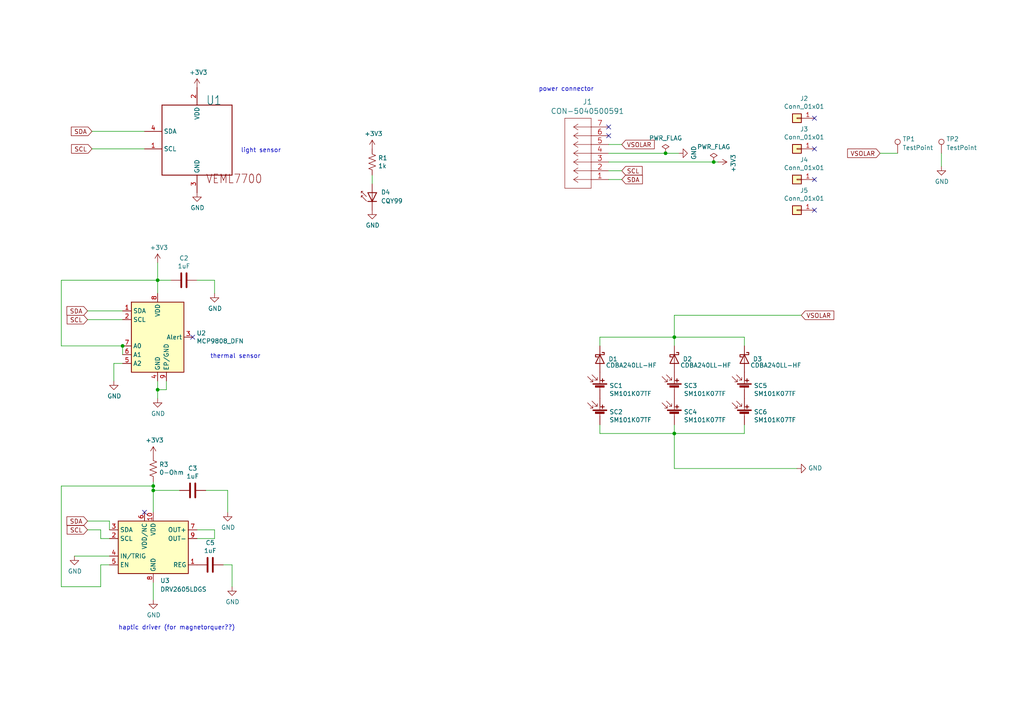
<source format=kicad_sch>
(kicad_sch (version 20230121) (generator eeschema)
  (paper "A4")
  (title_block (title "XY Solar Panel Board") (date "2023-03-19") (rev "V3") (company "CPP BroncoSpace"))
  (lib_symbols
    (symbol "Adafruit VEML7700-eagle-import:VEML7700"
      (property "Reference" "IC" (at 2.54 10.16 0))
      (symbol "VEML7700_1_0"
        (polyline (pts (xy -10.16 -10.16) (xy -10.16 10.16)) (stroke (width 0.254)))
        (polyline (pts (xy -10.16 10.16) (xy 10.16 10.16)) (stroke (width 0.254)))
        (polyline (pts (xy 10.16 -10.16) (xy -10.16 -10.16)) (stroke (width 0.254)))
        (polyline (pts (xy 10.16 10.16) (xy 10.16 -10.16)) (stroke (width 0.254)))
        (text "VEML7700" (at 2.54 -12.7 0) (effects (font (size 2.54 2.159)) (justify left bottom)))
        (pin bidirectional line (at -15.24 -2.54 0) (length 5.08) (name "SCL") (number "1"))
        (pin power_in line (at 0 15.24 270) (length 5.08) (name "VDD") (number "2"))
        (pin power_in line (at 0 -15.24 90) (length 5.08) (name "GND") (number "3"))
        (pin bidirectional line (at -15.24 2.54 0) (length 5.08) (name "SDA") (number "4"))
      )
    )
    (symbol "Connector:TestPoint" (pin_numbers hide) (pin_names (offset 0.762) hide)
      (property "Reference" "TP" (at 0 6.858 0))
      (property "Value" "TestPoint" (at 0 5.08 0))
      (symbol "TestPoint_0_1"
        (circle (center 0 3.302) (radius 0.762))
      )
      (symbol "TestPoint_1_1"
        (pin passive line (at 0 0 90) (length 2.54) (name "1") (number "1"))
      )
    )
    (symbol "Connector_Generic:Conn_01x01" (pin_names (offset 1.016) hide)
      (property "Reference" "J" (at 0 2.54 0))
      (property "Value" "Conn_01x01" (at 0 -2.54 0))
      (symbol "Conn_01x01_1_1"
        (rectangle (start -1.27 0.127) (end 0 -0.127) (stroke (width 0.1524)))
        (rectangle (start -1.27 1.27) (end 1.27 -1.27) (stroke (width 0.254)) (fill (type background)))
        (pin passive line (at -5.08 0 0) (length 3.81) (name "Pin_1") (number "1"))
      )
    )
    (symbol "Device:C" (pin_numbers hide) (pin_names (offset 0.254))
      (property "Reference" "C" (at 0.635 2.54 0))
      (property "Value" "C" (at 0.635 -2.54 0))
      (symbol "C_0_1"
        (polyline (pts (xy -2.032 -0.762) (xy 2.032 -0.762)) (stroke (width 0.508)))
        (polyline (pts (xy -2.032 0.762) (xy 2.032 0.762)) (stroke (width 0.508)))
      )
      (symbol "C_1_1"
        (pin passive line (at 0 3.81 270) (length 2.794) (name "~") (number "1"))
        (pin passive line (at 0 -3.81 90) (length 2.794) (name "~") (number "2"))
      )
    )
    (symbol "Device:D_Schottky" (pin_numbers hide) (pin_names (offset 1.016) hide)
      (property "Reference" "D" (at 0 2.54 0))
      (property "Value" "D_Schottky" (at 0 -2.54 0))
      (symbol "D_Schottky_0_1"
        (polyline (pts (xy 1.27 0) (xy -1.27 0)))
        (polyline (pts (xy 1.27 1.27) (xy 1.27 -1.27) (xy -1.27 0) (xy 1.27 1.27)) (stroke (width 0.254)))
        (polyline (pts (xy -1.905 0.635) (xy -1.905 1.27) (xy -1.27 1.27) (xy -1.27 -1.27) (xy -0.635 -1.27) (xy -0.635 -0.635)) (stroke (width 0.254)))
      )
      (symbol "D_Schottky_1_1"
        (pin passive line (at -3.81 0 0) (length 2.54) (name "K") (number "1"))
        (pin passive line (at 3.81 0 180) (length 2.54) (name "A") (number "2"))
      )
    )
    (symbol "Device:R_US" (pin_numbers hide) (pin_names (offset 0))
      (property "Reference" "R" (at 2.54 0 90))
      (property "Value" "R_US" (at -2.54 0 90))
      (symbol "R_US_0_1"
        (polyline (pts (xy 0 -2.286) (xy 0 -2.54)))
        (polyline (pts (xy 0 2.286) (xy 0 2.54)))
        (polyline (pts (xy 0 -0.762) (xy 1.016 -1.143) (xy 0 -1.524) (xy -1.016 -1.905) (xy 0 -2.286)))
        (polyline (pts (xy 0 0.762) (xy 1.016 0.381) (xy 0 0) (xy -1.016 -0.381) (xy 0 -0.762)))
        (polyline (pts (xy 0 2.286) (xy 1.016 1.905) (xy 0 1.524) (xy -1.016 1.143) (xy 0 0.762)))
      )
      (symbol "R_US_1_1"
        (pin passive line (at 0 3.81 270) (length 1.27) (name "~") (number "1"))
        (pin passive line (at 0 -3.81 90) (length 1.27) (name "~") (number "2"))
      )
    )
    (symbol "Device:Solar_Cell" (pin_numbers hide) (pin_names (offset 0) hide)
      (property "Reference" "SC" (at 2.54 2.54 0))
      (property "Value" "Solar_Cell" (at 2.54 0 0))
      (symbol "Solar_Cell_0_1"
        (rectangle (start -2.032 1.778) (end 2.032 1.524) (fill (type outline)))
        (rectangle (start -1.3208 1.1938) (end 1.27 0.6858) (fill (type outline)))
        (polyline (pts (xy -2.032 2.286) (xy -3.556 3.81)))
        (polyline (pts (xy -0.762 2.794) (xy -2.286 4.318)))
        (polyline (pts (xy 0 0.762) (xy 0 0)))
        (polyline (pts (xy 0 1.778) (xy 0 2.54)))
        (polyline (pts (xy 0.254 2.667) (xy 1.27 2.667)) (stroke (width 0.254)))
        (polyline (pts (xy 0.762 3.175) (xy 0.762 2.159)) (stroke (width 0.254)))
        (polyline (pts (xy -2.032 3.048) (xy -2.032 2.286) (xy -2.794 2.286)))
        (polyline (pts (xy -0.762 3.556) (xy -0.762 2.794) (xy -1.524 2.794)))
      )
      (symbol "Solar_Cell_1_1"
        (pin passive line (at 0 5.08 270) (length 2.54) (name "+") (number "1"))
        (pin passive line (at 0 -2.54 90) (length 2.54) (name "-") (number "2"))
      )
    )
    (symbol "Driver_Haptic:DRV2605LDGS"
      (property "Reference" "U" (at -10.16 8.255 0))
      (property "Value" "DRV2605LDGS" (at 2.54 -8.89 0))
      (symbol "DRV2605LDGS_0_1"
        (rectangle (start -10.16 7.62) (end 10.16 -7.62) (stroke (width 0.254)) (fill (type background)))
      )
      (symbol "DRV2605LDGS_1_1"
        (pin passive line (at 12.7 -5.08 180) (length 2.54) (name "REG") (number "1"))
        (pin power_in line (at 0 10.16 270) (length 2.54) (name "VDD") (number "10"))
        (pin input line (at -12.7 2.54 0) (length 2.54) (name "SCL") (number "2"))
        (pin bidirectional line (at -12.7 5.08 0) (length 2.54) (name "SDA") (number "3"))
        (pin input line (at -12.7 -2.54 0) (length 2.54) (name "IN/TRIG") (number "4"))
        (pin input line (at -12.7 -5.08 0) (length 2.54) (name "EN") (number "5"))
        (pin power_in line (at -2.54 10.16 270) (length 2.54) (name "VDD/NC") (number "6"))
        (pin output line (at 12.7 5.08 180) (length 2.54) (name "OUT+") (number "7"))
        (pin power_in line (at 0 -10.16 90) (length 2.54) (name "GND") (number "8"))
        (pin output line (at 12.7 2.54 180) (length 2.54) (name "OUT-") (number "9"))
      )
    )
    (symbol "LED:CQY99" (pin_numbers hide) (pin_names (offset 1.016) hide)
      (property "Reference" "D" (at 0.508 1.778 0))
      (property "Value" "CQY99" (at -1.016 -2.794 0))
      (symbol "CQY99_0_1"
        (polyline (pts (xy -2.54 1.27) (xy -2.54 -1.27)) (stroke (width 0.254)))
        (polyline (pts (xy 0 0) (xy -2.54 0)))
        (polyline (pts (xy 0.381 3.175) (xy -0.127 3.175)))
        (polyline (pts (xy -1.143 1.651) (xy 0.381 3.175) (xy 0.381 2.667)))
        (polyline (pts (xy 0 -1.27) (xy -2.54 0) (xy 0 1.27) (xy 0 -1.27)) (stroke (width 0.254)))
        (polyline (pts (xy -2.413 1.651) (xy -0.889 3.175) (xy -0.889 2.667) (xy -0.889 3.175) (xy -1.397 3.175)))
      )
      (symbol "CQY99_1_1"
        (pin passive line (at -5.08 0 0) (length 2.54) (name "K") (number "1"))
        (pin passive line (at 2.54 0 180) (length 2.54) (name "A") (number "2"))
      )
    )
    (symbol "Sensor_Temperature:MCP9808_DFN"
      (property "Reference" "U" (at -6.35 11.43 0))
      (property "Value" "MCP9808_DFN" (at 10.16 11.43 0))
      (symbol "MCP9808_DFN_0_1"
        (rectangle (start -7.62 10.16) (end 7.62 -10.16) (stroke (width 0.254)) (fill (type background)))
      )
      (symbol "MCP9808_DFN_1_1"
        (pin bidirectional line (at -10.16 7.62 0) (length 2.54) (name "SDA") (number "1"))
        (pin input line (at -10.16 5.08 0) (length 2.54) (name "SCL") (number "2"))
        (pin output line (at 10.16 0 180) (length 2.54) (name "Alert") (number "3"))
        (pin power_in line (at 0 -12.7 90) (length 2.54) (name "GND") (number "4"))
        (pin input line (at -10.16 -7.62 0) (length 2.54) (name "A2") (number "5"))
        (pin input line (at -10.16 -5.08 0) (length 2.54) (name "A1") (number "6"))
        (pin input line (at -10.16 -2.54 0) (length 2.54) (name "A0") (number "7"))
        (pin power_in line (at 0 12.7 270) (length 2.54) (name "VDD") (number "8"))
        (pin power_in line (at 2.54 -12.7 90) (length 2.54) (name "EP/GND") (number "9"))
      )
    )
    (symbol "power:GND" (power) (pin_names (offset 0))
      (property "Value" "GND" (at 0 -3.81 0))
      (symbol "GND_0_1"
        (polyline (pts (xy 0 0) (xy 0 -1.27) (xy 1.27 -1.27) (xy 0 -2.54) (xy -1.27 -1.27) (xy 0 -1.27)))
      )
      (symbol "GND_1_1"
        (pin power_in line (at 0 0 270) (length 0) hide (name "GND") (number "1"))
      )
    )
    (symbol "power:PWR_FLAG" (power) (pin_numbers hide) (pin_names (offset 0) hide)
      (property "Value" "PWR_FLAG" (at 0 3.81 0))
      (symbol "PWR_FLAG_0_0"
        (pin power_out line (at 0 0 90) (length 0) (name "pwr") (number "1"))
      )
      (symbol "PWR_FLAG_0_1"
        (polyline (pts (xy 0 0) (xy 0 1.27) (xy -1.016 1.905) (xy 0 2.54) (xy 1.016 1.905) (xy 0 1.27)))
      )
    )
    (symbol "solar-panel-NoCutout-rescue:+3.3V-power" (power) (pin_names (offset 0))
      (property "Value" "+3.3V-power" (at 0 3.556 0))
      (symbol "+3.3V-power_0_1"
        (polyline (pts (xy -0.762 1.27) (xy 0 2.54)))
        (polyline (pts (xy 0 0) (xy 0 2.54)))
        (polyline (pts (xy 0 2.54) (xy 0.762 1.27)))
      )
      (symbol "+3.3V-power_1_1"
        (pin power_in line (at 0 0 90) (length 0) hide (name "+3V3") (number "1"))
      )
    )
    (symbol "solar-panel-NoCutout-rescue:CON-5040500591-ExtraComponents" (pin_names (offset 0.254) hide)
      (property "Reference" "J" (at 8.89 6.35 0))
      (property "Value" "CON-5040500591-ExtraComponents" (at 10.16 -7.62 0))
      (symbol "CON-5040500591-ExtraComponents_1_1"
        (polyline (pts (xy 5.08 -17.78) (xy 12.7 -17.78)) (stroke (width 0.127)))
        (polyline (pts (xy 5.08 2.54) (xy 5.08 -17.78)) (stroke (width 0.127)))
        (polyline (pts (xy 10.16 -15.24) (xy 5.08 -15.24)) (stroke (width 0.127)))
        (polyline (pts (xy 10.16 -15.24) (xy 8.89 -16.0782)) (stroke (width 0.127)))
        (polyline (pts (xy 10.16 -15.24) (xy 8.89 -14.4018)) (stroke (width 0.127)))
        (polyline (pts (xy 10.16 -12.7) (xy 5.08 -12.7)) (stroke (width 0.127)))
        (polyline (pts (xy 10.16 -12.7) (xy 8.89 -13.5382)) (stroke (width 0.127)))
        (polyline (pts (xy 10.16 -12.7) (xy 8.89 -11.8618)) (stroke (width 0.127)))
        (polyline (pts (xy 10.16 -10.16) (xy 5.08 -10.16)) (stroke (width 0.127)))
        (polyline (pts (xy 10.16 -10.16) (xy 8.89 -10.9982)) (stroke (width 0.127)))
        (polyline (pts (xy 10.16 -10.16) (xy 8.89 -9.3218)) (stroke (width 0.127)))
        (polyline (pts (xy 10.16 -7.62) (xy 5.08 -7.62)) (stroke (width 0.127)))
        (polyline (pts (xy 10.16 -7.62) (xy 8.89 -8.4582)) (stroke (width 0.127)))
        (polyline (pts (xy 10.16 -7.62) (xy 8.89 -6.7818)) (stroke (width 0.127)))
        (polyline (pts (xy 10.16 -5.08) (xy 5.08 -5.08)) (stroke (width 0.127)))
        (polyline (pts (xy 10.16 -5.08) (xy 8.89 -5.9182)) (stroke (width 0.127)))
        (polyline (pts (xy 10.16 -5.08) (xy 8.89 -4.2418)) (stroke (width 0.127)))
        (polyline (pts (xy 10.16 -2.54) (xy 5.08 -2.54)) (stroke (width 0.127)))
        (polyline (pts (xy 10.16 -2.54) (xy 8.89 -3.3782)) (stroke (width 0.127)))
        (polyline (pts (xy 10.16 -2.54) (xy 8.89 -1.7018)) (stroke (width 0.127)))
        (polyline (pts (xy 10.16 0) (xy 5.08 0)) (stroke (width 0.127)))
        (polyline (pts (xy 10.16 0) (xy 8.89 -0.8382)) (stroke (width 0.127)))
        (polyline (pts (xy 10.16 0) (xy 8.89 0.8382)) (stroke (width 0.127)))
        (polyline (pts (xy 12.7 -17.78) (xy 12.7 2.54)) (stroke (width 0.127)))
        (polyline (pts (xy 12.7 2.54) (xy 5.08 2.54)) (stroke (width 0.127)))
        (pin unspecified line (at 0 0 0) (length 5.08) (name "1") (number "1"))
        (pin unspecified line (at 0 -2.54 0) (length 5.08) (name "2") (number "2"))
        (pin unspecified line (at 0 -5.08 0) (length 5.08) (name "3") (number "3"))
        (pin unspecified line (at 0 -7.62 0) (length 5.08) (name "4") (number "4"))
        (pin unspecified line (at 0 -10.16 0) (length 5.08) (name "5") (number "5"))
        (pin unspecified line (at 0 -12.7 0) (length 5.08) (name "6") (number "6"))
        (pin unspecified line (at 0 -15.24 0) (length 5.08) (name "7") (number "7"))
      )
    )
    (symbol "solar-panel-side-Z-rescue:+3.3V-power" (power) (pin_names (offset 0))
      (property "Value" "+3.3V-power" (at 0 3.556 0))
      (symbol "+3.3V-power_0_1"
        (polyline (pts (xy -0.762 1.27) (xy 0 2.54)))
        (polyline (pts (xy 0 0) (xy 0 2.54)))
        (polyline (pts (xy 0 2.54) (xy 0.762 1.27)))
      )
      (symbol "+3.3V-power_1_1"
        (pin power_in line (at 0 0 90) (length 0) hide (name "+3V3") (number "1"))
      )
    )
  )
  (junction (at 45.72 81.28))
  (junction (at 193.04 44.45))
  (junction (at 35.56 100.33))
  (junction (at 44.45 142.24))
  (junction (at 44.45 140.97))
  (junction (at 195.58 125.73))
  (junction (at 195.58 97.79))
  (junction (at 207.01 46.99))
  (junction (at 45.72 113.03))
  (no_connect (at 236.22 34.29))
  (no_connect (at 236.22 43.18))
  (no_connect (at 176.53 36.83))
  (no_connect (at 176.53 39.37))
  (no_connect (at 236.22 60.96))
  (no_connect (at 55.88 97.79))
  (no_connect (at 41.91 148.59))
  (no_connect (at 236.22 52.07))
  (wire (pts (xy 29.21 156.21) (xy 31.75 156.21)))
  (wire (pts (xy 45.72 76.2) (xy 45.72 81.28)))
  (wire (pts (xy 193.04 44.45) (xy 196.85 44.45)))
  (wire (pts (xy 45.72 81.28) (xy 49.53 81.28)))
  (wire (pts (xy 57.15 156.21) (xy 62.23 156.21)))
  (wire (pts (xy 173.99 97.79) (xy 173.99 100.33)))
  (wire (pts (xy 25.4 153.67) (xy 29.21 153.67)))
  (wire (pts (xy 29.21 163.83) (xy 29.21 170.18)))
  (wire (pts (xy 35.56 105.41) (xy 33.02 105.41)))
  (wire (pts (xy 31.75 151.13) (xy 31.75 153.67)))
  (wire (pts (xy 176.53 41.91) (xy 180.34 41.91)))
  (wire (pts (xy 25.4 92.71) (xy 35.56 92.71)))
  (wire (pts (xy 173.99 125.73) (xy 173.99 123.19)))
  (wire (pts (xy 260.35 44.45) (xy 255.27 44.45)))
  (wire (pts (xy 35.56 100.33) (xy 17.78 100.33)))
  (wire (pts (xy 41.91 38.1) (xy 26.67 38.1)))
  (wire (pts (xy 29.21 170.18) (xy 17.78 170.18)))
  (wire (pts (xy 29.21 163.83) (xy 31.75 163.83)))
  (wire (pts (xy 59.69 142.24) (xy 66.04 142.24)))
  (wire (pts (xy 45.72 110.49) (xy 45.72 113.03)))
  (wire (pts (xy 25.4 90.17) (xy 35.56 90.17)))
  (wire (pts (xy 66.04 142.24) (xy 66.04 148.59)))
  (wire (pts (xy 195.58 97.79) (xy 215.9 97.79)))
  (wire (pts (xy 35.56 100.33) (xy 35.56 102.87)))
  (wire (pts (xy 44.45 142.24) (xy 52.07 142.24)))
  (wire (pts (xy 17.78 170.18) (xy 17.78 140.97)))
  (wire (pts (xy 57.15 81.28) (xy 62.23 81.28)))
  (wire (pts (xy 64.77 163.83) (xy 67.31 163.83)))
  (wire (pts (xy 44.45 140.97) (xy 44.45 142.24)))
  (wire (pts (xy 48.26 113.03) (xy 45.72 113.03)))
  (wire (pts (xy 107.95 53.34) (xy 107.95 50.8)))
  (wire (pts (xy 29.21 153.67) (xy 29.21 156.21)))
  (wire (pts (xy 176.53 44.45) (xy 193.04 44.45)))
  (wire (pts (xy 173.99 97.79) (xy 195.58 97.79)))
  (wire (pts (xy 176.53 49.53) (xy 180.34 49.53)))
  (wire (pts (xy 48.26 110.49) (xy 48.26 113.03)))
  (wire (pts (xy 62.23 156.21) (xy 62.23 153.67)))
  (wire (pts (xy 62.23 81.28) (xy 62.23 85.09)))
  (wire (pts (xy 25.4 151.13) (xy 31.75 151.13)))
  (wire (pts (xy 45.72 113.03) (xy 45.72 115.57)))
  (wire (pts (xy 195.58 125.73) (xy 215.9 125.73)))
  (wire (pts (xy 273.05 44.45) (xy 273.05 48.26)))
  (wire (pts (xy 195.58 100.33) (xy 195.58 97.79)))
  (wire (pts (xy 33.02 105.41) (xy 33.02 110.49)))
  (wire (pts (xy 67.31 163.83) (xy 67.31 170.18)))
  (wire (pts (xy 17.78 81.28) (xy 45.72 81.28)))
  (wire (pts (xy 215.9 100.33) (xy 215.9 97.79)))
  (wire (pts (xy 207.01 46.99) (xy 208.28 46.99)))
  (wire (pts (xy 21.59 161.29) (xy 31.75 161.29)))
  (wire (pts (xy 173.99 125.73) (xy 195.58 125.73)))
  (wire (pts (xy 44.45 168.91) (xy 44.45 173.99)))
  (wire (pts (xy 44.45 142.24) (xy 44.45 148.59)))
  (wire (pts (xy 26.67 43.18) (xy 41.91 43.18)))
  (wire (pts (xy 195.58 125.73) (xy 195.58 123.19)))
  (wire (pts (xy 44.45 139.7) (xy 44.45 140.97)))
  (wire (pts (xy 45.72 81.28) (xy 45.72 85.09)))
  (wire (pts (xy 176.53 46.99) (xy 207.01 46.99)))
  (wire (pts (xy 215.9 125.73) (xy 215.9 123.19)))
  (wire (pts (xy 176.53 52.07) (xy 180.34 52.07)))
  (wire (pts (xy 195.58 135.89) (xy 231.14 135.89)))
  (wire (pts (xy 17.78 140.97) (xy 44.45 140.97)))
  (wire (pts (xy 57.15 153.67) (xy 62.23 153.67)))
  (wire (pts (xy 195.58 97.79) (xy 195.58 91.44)))
  (wire (pts (xy 17.78 100.33) (xy 17.78 81.28)))
  (wire (pts (xy 195.58 135.89) (xy 195.58 125.73)))
  (wire (pts (xy 195.58 91.44) (xy 232.41 91.44)))
  (text "light sensor" (at 69.85 44.45 0) (effects (font (size 1.27 1.27)) (justify left bottom)))
  (text "power connector" (at 156.21 26.67 0) (effects (font (size 1.27 1.27)) (justify left bottom)))
  (text "haptic driver (for magnetorquer??)" (at 34.29 182.88 0) (effects (font (size 1.27 1.27)) (justify left bottom)))
  (text "thermal sensor" (at 60.96 104.14 0) (effects (font (size 1.27 1.27)) (justify left bottom)))
  (global_label "VSOLAR" (shape input) (at 232.41 91.44 0) (property "Intersheetrefs" "${INTERSHEET_REFS}" (effects hide)))
  (global_label "SCL" (shape input) (at 25.4 153.67 180) (property "Intersheetrefs" "${INTERSHEET_REFS}" (effects hide)))
  (global_label "VSOLAR" (shape input) (at 255.27 44.45 180) (property "Intersheetrefs" "${INTERSHEET_REFS}" (effects hide)))
  (global_label "SCL" (shape input) (at 180.34 49.53 0) (property "Intersheetrefs" "${INTERSHEET_REFS}" (effects hide)))
  (global_label "SDA" (shape input) (at 26.67 38.1 180) (property "Intersheetrefs" "${INTERSHEET_REFS}" (effects hide)))
  (global_label "VSOLAR" (shape input) (at 180.34 41.91 0) (property "Intersheetrefs" "${INTERSHEET_REFS}" (effects hide)))
  (global_label "SDA" (shape input) (at 180.34 52.07 0) (property "Intersheetrefs" "${INTERSHEET_REFS}" (effects hide)))
  (global_label "SDA" (shape input) (at 25.4 151.13 180) (property "Intersheetrefs" "${INTERSHEET_REFS}" (effects hide)))
  (global_label "SCL" (shape input) (at 25.4 92.71 180) (property "Intersheetrefs" "${INTERSHEET_REFS}" (effects hide)))
  (global_label "SCL" (shape input) (at 26.67 43.18 180) (property "Intersheetrefs" "${INTERSHEET_REFS}" (effects hide)))
  (global_label "SDA" (shape input) (at 25.4 90.17 180) (property "Intersheetrefs" "${INTERSHEET_REFS}" (effects hide)))
  (symbol (lib_id "solar-panel-NoCutout-rescue:+3.3V-power") (at 208.28 46.99 270) (unit 1)
    (property "Reference" "#PWR0111" (effects hide))
    (property "Value" "+3.3V" (at 212.6742 47.371 0))
  )
  (symbol (lib_id "power:PWR_FLAG") (at 207.01 46.99 0) (unit 1)
    (property "Reference" "#FLG0101" (effects hide))
    (property "Value" "PWR_FLAG" (at 207.01 42.5958 0))
  )
  (symbol (lib_id "solar-panel-NoCutout-rescue:CON-5040500591-ExtraComponents") (at 176.53 52.07 180) (unit 1)
    (property "Reference" "J1" (at 170.3832 29.5402 0) (effects (font (size 1.524 1.524))))
    (property "Value" "CON-5040500591" (at 170.3832 32.2326 0) (effects (font (size 1.524 1.524))))
    (property "Footprint" "SolarPanelBoards:CON_5040500591" (effects hide))
  )
  (symbol (lib_id "Connector_Generic:Conn_01x01") (at 231.14 34.29 180) (unit 1)
    (property "Reference" "J2" (at 233.2228 28.575 0))
    (property "Value" "Conn_01x01" (at 233.2228 30.8864 0))
    (property "Footprint" "SolarPanelBoards:MountingHoles" (effects hide))
  )
  (symbol (lib_id "Connector_Generic:Conn_01x01") (at 231.14 43.18 180) (unit 1)
    (property "Reference" "J3" (at 233.2228 37.465 0))
    (property "Value" "Conn_01x01" (at 233.2228 39.7764 0))
    (property "Footprint" "SolarPanelBoards:MountingHoles" (effects hide))
  )
  (symbol (lib_id "Connector_Generic:Conn_01x01") (at 231.14 52.07 180) (unit 1)
    (property "Reference" "J4" (at 233.2228 46.355 0))
    (property "Value" "Conn_01x01" (at 233.2228 48.6664 0))
    (property "Footprint" "SolarPanelBoards:MountingHoles" (effects hide))
  )
  (symbol (lib_id "Connector_Generic:Conn_01x01") (at 231.14 60.96 180) (unit 1)
    (property "Reference" "J5" (at 233.2228 55.245 0))
    (property "Value" "Conn_01x01" (at 233.2228 57.5564 0))
    (property "Footprint" "SolarPanelBoards:MountingHoles" (effects hide))
  )
  (symbol (lib_id "power:GND") (at 107.95 60.96 0) (unit 1)
    (property "Reference" "#PWR0107" (effects hide))
    (property "Value" "GND" (at 108.077 65.3542 0))
  )
  (symbol (lib_id "power:GND") (at 67.31 170.18 0) (unit 1)
    (property "Reference" "#PWR0117" (effects hide))
    (property "Value" "GND" (at 67.437 174.5742 0))
  )
  (symbol (lib_id "Device:Solar_Cell") (at 195.58 120.65 0) (unit 1)
    (property "Reference" "SC4" (at 198.3232 119.4816 0) (effects (justify left)))
    (property "Value" "SM101K07TF" (at 198.3232 121.793 0) (effects (justify left)))
    (property "Footprint" "SolarPanelBoards:KXOB101K08F-TR" (effects hide))
  )
  (symbol (lib_id "power:GND") (at 45.72 115.57 0) (unit 1)
    (property "Reference" "#PWR0116" (effects hide))
    (property "Value" "GND" (at 45.847 119.9642 0))
  )
  (symbol (lib_id "solar-panel-side-Z-rescue:+3.3V-power") (at 44.45 132.08 0) (unit 1)
    (property "Reference" "#PWR0115" (effects hide))
    (property "Value" "+3.3V" (at 44.831 127.6858 0))
  )
  (symbol (lib_id "Driver_Haptic:DRV2605LDGS") (at 44.45 158.75 0) (unit 1)
    (property "Reference" "U3" (at 46.4694 168.4004 0) (effects (justify left)))
    (property "Value" "DRV2605LDGS" (at 46.4694 170.9373 0) (effects (justify left)))
    (property "Footprint" "Package_SO:VSSOP-10_3x3mm_P0.5mm" (effects hide))
    (property "Datasheet" "http://www.ti.com/lit/ds/symlink/drv2605l.pdf" (effects hide))
  )
  (symbol (lib_id "Device:Solar_Cell") (at 173.99 120.65 0) (unit 1)
    (property "Reference" "SC2" (at 176.7332 119.4816 0) (effects (justify left)))
    (property "Value" "SM101K07TF" (at 176.7332 121.793 0) (effects (justify left)))
    (property "Footprint" "SolarPanelBoards:KXOB101K08F-TR" (effects hide))
  )
  (symbol (lib_id "solar-panel-side-Z-rescue:+3.3V-power") (at 57.15 25.4 0) (unit 1)
    (property "Reference" "#PWR0101" (effects hide))
    (property "Value" "+3.3V" (at 57.531 21.0058 0))
  )
  (symbol (lib_id "Device:D_Schottky") (at 215.9 104.14 270) (unit 1)
    (property "Reference" "D3" (at 219.71 104.14 90))
    (property "Value" "CDBA240LL-HF" (at 232.41 106.68 90) (effects (justify right bottom)))
    (property "Footprint" "SolarPanelBoards:DO-214AC" (effects hide))
  )
  (symbol (lib_id "solar-panel-side-Z-rescue:+3.3V-power") (at 45.72 76.2 0) (unit 1)
    (property "Reference" "#PWR0105" (effects hide))
    (property "Value" "+3.3V" (at 46.101 71.8058 0))
  )
  (symbol (lib_id "Connector:TestPoint") (at 260.35 44.45 0) (unit 1)
    (property "Reference" "TP1" (at 261.747 40.3133 0) (effects (justify left)))
    (property "Value" "TestPoint" (at 261.747 42.8502 0) (effects (justify left)))
    (property "Footprint" "SolarPanelBoards:Test Pad" (effects hide))
  )
  (symbol (lib_id "power:GND") (at 196.85 44.45 90) (unit 1)
    (property "Reference" "#PWR?" (effects hide))
    (property "Value" "GND" (at 201.2442 44.323 0))
  )
  (symbol (lib_id "power:GND") (at 66.04 148.59 0) (unit 1)
    (property "Reference" "#PWR0118" (effects hide))
    (property "Value" "GND" (at 66.167 152.9842 0))
  )
  (symbol (lib_id "Connector:TestPoint") (at 273.05 44.45 0) (unit 1)
    (property "Reference" "TP2" (at 274.447 40.3133 0) (effects (justify left)))
    (property "Value" "TestPoint" (at 274.447 42.8502 0) (effects (justify left)))
    (property "Footprint" "SolarPanelBoards:Test Pad" (effects hide))
  )
  (symbol (lib_id "Device:C") (at 55.88 142.24 90) (unit 1)
    (property "Reference" "C3" (at 55.88 135.8392 90))
    (property "Value" "1uF" (at 55.88 138.1506 90))
    (property "Footprint" "Capacitor_SMD:C_0805_2012Metric" (effects hide))
  )
  (symbol (lib_id "Device:C") (at 53.34 81.28 90) (unit 1)
    (property "Reference" "C2" (at 53.34 74.8792 90))
    (property "Value" "1uF" (at 53.34 77.1906 90))
    (property "Footprint" "Capacitor_SMD:C_0805_2012Metric" (effects hide))
  )
  (symbol (lib_id "LED:CQY99") (at 107.95 55.88 90) (unit 1)
    (property "Reference" "D4" (at 110.49 55.7529 90) (effects (justify right)))
    (property "Value" "CQY99" (at 110.49 58.2929 90) (effects (justify right)))
    (property "Footprint" "LED_SMD:LED_0603_1608Metric" (effects hide))
    (property "Datasheet" "https://www.prtice.info/IMG/pdf/CQY99.pdf" (effects hide))
  )
  (symbol (lib_id "Adafruit VEML7700-eagle-import:VEML7700") (at 57.15 40.64 0) (unit 1)
    (property "Reference" "U1" (at 59.69 30.48 0) (effects (font (size 2.54 2.159)) (justify left bottom)))
    (property "Value" "VEML7700" (effects hide))
    (property "Footprint" "VEML7700-TT:XDCR_VEML7700-TT" (effects hide))
  )
  (symbol (lib_id "power:GND") (at 231.14 135.89 90) (unit 1)
    (property "Reference" "#PWR0121" (effects hide))
    (property "Value" "GND" (at 234.3912 135.763 90) (effects (justify right)))
  )
  (symbol (lib_id "power:GND") (at 21.59 161.29 0) (unit 1)
    (property "Reference" "#PWR0114" (effects hide))
    (property "Value" "GND" (at 21.717 165.6842 0))
  )
  (symbol (lib_id "Device:C") (at 60.96 163.83 90) (unit 1)
    (property "Reference" "C5" (at 60.96 157.4292 90))
    (property "Value" "1uF" (at 60.96 159.7406 90))
    (property "Footprint" "Capacitor_SMD:C_0805_2012Metric" (effects hide))
  )
  (symbol (lib_id "Device:R_US") (at 44.45 135.89 0) (unit 1)
    (property "Reference" "R3" (at 46.1772 134.7216 0) (effects (justify left)))
    (property "Value" "0-Ohm" (at 46.1772 137.033 0) (effects (justify left)))
    (property "Footprint" "Resistor_SMD:R_0603_1608Metric" (effects hide))
  )
  (symbol (lib_id "power:GND") (at 44.45 173.99 0) (unit 1)
    (property "Reference" "#PWR0119" (effects hide))
    (property "Value" "GND" (at 44.577 178.3842 0))
  )
  (symbol (lib_id "Device:D_Schottky") (at 173.99 104.14 270) (unit 1)
    (property "Reference" "D1" (at 177.8 104.14 90))
    (property "Value" "CDBA240LL-HF" (at 190.5 106.68 90) (effects (justify right bottom)))
    (property "Footprint" "SolarPanelBoards:DO-214AC" (effects hide))
  )
  (symbol (lib_id "power:GND") (at 57.15 55.88 0) (unit 1)
    (property "Reference" "#PWR0103" (effects hide))
    (property "Value" "GND" (at 57.277 60.2742 0))
  )
  (symbol (lib_id "solar-panel-side-Z-rescue:+3.3V-power") (at 107.95 43.18 0) (unit 1)
    (property "Reference" "#PWR0106" (effects hide))
    (property "Value" "+3.3V" (at 108.331 38.7858 0))
  )
  (symbol (lib_id "Device:R_US") (at 107.95 46.99 0) (unit 1)
    (property "Reference" "R1" (at 109.6772 45.8216 0) (effects (justify left)))
    (property "Value" "1k" (at 109.6772 48.133 0) (effects (justify left)))
    (property "Footprint" "Resistor_SMD:R_0603_1608Metric" (effects hide))
  )
  (symbol (lib_id "power:GND") (at 62.23 85.09 0) (unit 1)
    (property "Reference" "#PWR0104" (effects hide))
    (property "Value" "GND" (at 62.357 89.4842 0))
  )
  (symbol (lib_id "Sensor_Temperature:MCP9808_DFN") (at 45.72 97.79 0) (unit 1)
    (property "Reference" "U2" (at 56.9976 96.6216 0) (effects (justify left)))
    (property "Value" "MCP9808_DFN" (at 56.9976 98.933 0) (effects (justify left)))
    (property "Footprint" "SolarPanelBoards:MCP9808-NoLeadPackage" (effects hide))
    (property "Datasheet" "http://ww1.microchip.com/downloads/en/DeviceDoc/MCP9808-0.5C-Maximum-Accuracy-Digital-Temperature-Sensor-Data-Sheet-DS20005095B.pdf" (effects hide))
  )
  (symbol (lib_id "power:GND") (at 33.02 110.49 0) (unit 1)
    (property "Reference" "#PWR0112" (effects hide))
    (property "Value" "GND" (at 33.147 114.8842 0))
  )
  (symbol (lib_id "Device:Solar_Cell") (at 215.9 113.03 0) (unit 1)
    (property "Reference" "SC5" (at 218.6432 111.8616 0) (effects (justify left)))
    (property "Value" "SM101K07TF" (at 218.6432 114.173 0) (effects (justify left)))
    (property "Footprint" "SolarPanelBoards:KXOB101K08F-TR" (effects hide))
  )
  (symbol (lib_id "Device:Solar_Cell") (at 173.99 113.03 0) (unit 1)
    (property "Reference" "SC1" (at 176.7332 111.8616 0) (effects (justify left)))
    (property "Value" "SM101K07TF" (at 176.7332 114.173 0) (effects (justify left)))
    (property "Footprint" "SolarPanelBoards:KXOB101K08F-TR" (effects hide))
  )
  (symbol (lib_id "Device:Solar_Cell") (at 215.9 120.65 0) (unit 1)
    (property "Reference" "SC6" (at 218.6432 119.4816 0) (effects (justify left)))
    (property "Value" "SM101K07TF" (at 218.6432 121.793 0) (effects (justify left)))
    (property "Footprint" "SolarPanelBoards:KXOB101K08F-TR" (effects hide))
  )
  (symbol (lib_id "Device:Solar_Cell") (at 195.58 113.03 0) (unit 1)
    (property "Reference" "SC3" (at 198.3232 111.8616 0) (effects (justify left)))
    (property "Value" "SM101K07TF" (at 198.3232 114.173 0) (effects (justify left)))
    (property "Footprint" "SolarPanelBoards:KXOB101K08F-TR" (effects hide))
  )
  (symbol (lib_id "power:GND") (at 273.05 48.26 0) (unit 1)
    (property "Reference" "#PWR0120" (effects hide))
    (property "Value" "GND" (at 273.177 52.6542 0))
  )
  (symbol (lib_id "Device:D_Schottky") (at 195.58 104.14 270) (unit 1)
    (property "Reference" "D2" (at 199.39 104.14 90))
    (property "Value" "CDBA240LL-HF" (at 212.09 106.68 90) (effects (justify right bottom)))
    (property "Footprint" "SolarPanelBoards:DO-214AC" (effects hide))
  )
  (symbol (lib_id "power:PWR_FLAG") (at 193.04 44.45 0) (unit 1)
    (property "Reference" "#FLG?" (effects hide))
    (property "Value" "PWR_FLAG" (at 193.04 40.0558 0))
  )
)
</source>
